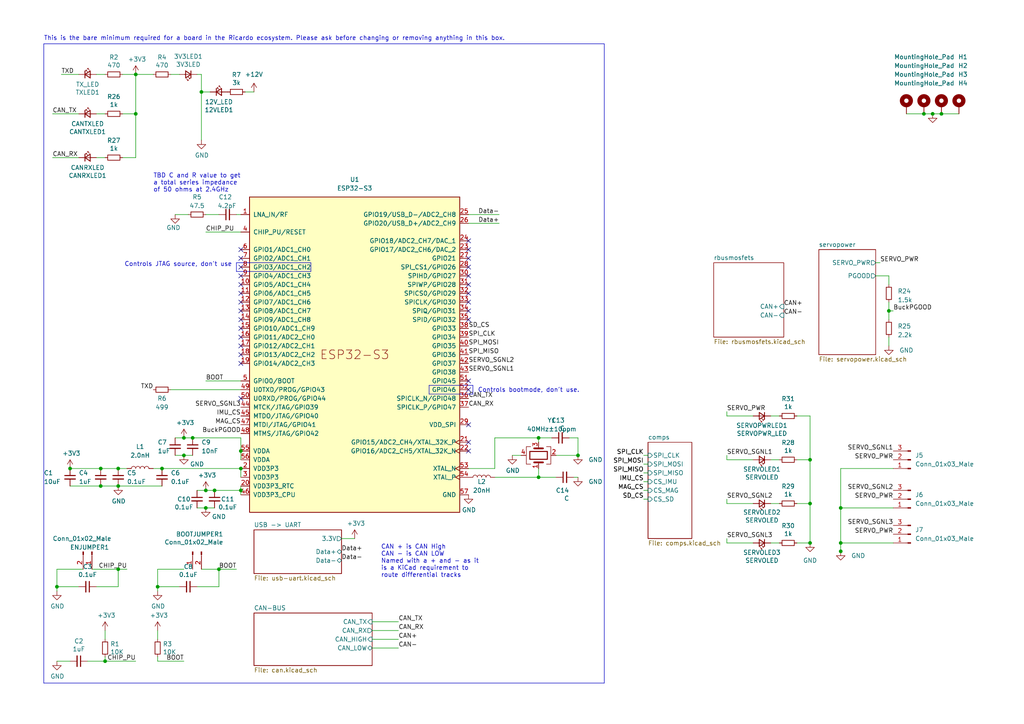
<source format=kicad_sch>
(kicad_sch (version 20230121) (generator eeschema)
  (paper "A4")
  (lib_symbols
    (symbol "Connector:Conn_01x02_Male" (pin_names (offset 1.016) hide)
      (property "Reference" "J" (at 0 2.54 0))
      (property "Value" "Conn_01x02_Male" (at 0 -5.08 0))
      (symbol "Conn_01x02_Male_1_1"
        (polyline (pts (xy 1.27 -2.54) (xy 0.8636 -2.54)) (stroke (width 0.1524)))
        (polyline (pts (xy 1.27 0) (xy 0.8636 0)) (stroke (width 0.1524)))
        (rectangle (start 0.8636 -2.413) (end 0 -2.667) (stroke (width 0.1524)) (fill (type outline)))
        (rectangle (start 0.8636 0.127) (end 0 -0.127) (stroke (width 0.1524)) (fill (type outline)))
        (pin passive line (at 5.08 0 180) (length 3.81) (name "Pin_1") (number "1"))
        (pin passive line (at 5.08 -2.54 180) (length 3.81) (name "Pin_2") (number "2"))
      )
    )
    (symbol "Connector:Conn_01x03_Male" (pin_names (offset 1.016) hide)
      (property "Reference" "J" (at 0 5.08 0))
      (property "Value" "Conn_01x03_Male" (at 0 -5.08 0))
      (symbol "Conn_01x03_Male_1_1"
        (polyline (pts (xy 1.27 -2.54) (xy 0.8636 -2.54)) (stroke (width 0.1524)))
        (polyline (pts (xy 1.27 0) (xy 0.8636 0)) (stroke (width 0.1524)))
        (polyline (pts (xy 1.27 2.54) (xy 0.8636 2.54)) (stroke (width 0.1524)))
        (rectangle (start 0.8636 -2.413) (end 0 -2.667) (stroke (width 0.1524)) (fill (type outline)))
        (rectangle (start 0.8636 0.127) (end 0 -0.127) (stroke (width 0.1524)) (fill (type outline)))
        (rectangle (start 0.8636 2.667) (end 0 2.413) (stroke (width 0.1524)) (fill (type outline)))
        (pin passive line (at 5.08 2.54 180) (length 3.81) (name "Pin_1") (number "1"))
        (pin passive line (at 5.08 0 180) (length 3.81) (name "Pin_2") (number "2"))
        (pin passive line (at 5.08 -2.54 180) (length 3.81) (name "Pin_3") (number "3"))
      )
    )
    (symbol "Device:C_Small" (pin_numbers hide) (pin_names (offset 0.254) hide)
      (property "Reference" "C" (at 0.254 1.778 0))
      (property "Value" "C_Small" (at 0.254 -2.032 0))
      (symbol "C_Small_0_1"
        (polyline (pts (xy -1.524 -0.508) (xy 1.524 -0.508)) (stroke (width 0.3302)))
        (polyline (pts (xy -1.524 0.508) (xy 1.524 0.508)) (stroke (width 0.3048)))
      )
      (symbol "C_Small_1_1"
        (pin passive line (at 0 2.54 270) (length 2.032) (name "~") (number "1"))
        (pin passive line (at 0 -2.54 90) (length 2.032) (name "~") (number "2"))
      )
    )
    (symbol "Device:Crystal_GND24" (pin_names (offset 1.016) hide)
      (property "Reference" "Y" (at 3.175 5.08 0))
      (property "Value" "Crystal_GND24" (at 3.175 3.175 0))
      (symbol "Crystal_GND24_0_1"
        (rectangle (start -1.143 2.54) (end 1.143 -2.54) (stroke (width 0.3048)))
        (polyline (pts (xy -2.54 0) (xy -2.032 0)))
        (polyline (pts (xy -2.032 -1.27) (xy -2.032 1.27)) (stroke (width 0.508)))
        (polyline (pts (xy 0 -3.81) (xy 0 -3.556)))
        (polyline (pts (xy 0 3.556) (xy 0 3.81)))
        (polyline (pts (xy 2.032 -1.27) (xy 2.032 1.27)) (stroke (width 0.508)))
        (polyline (pts (xy 2.032 0) (xy 2.54 0)))
        (polyline (pts (xy -2.54 -2.286) (xy -2.54 -3.556) (xy 2.54 -3.556) (xy 2.54 -2.286)))
        (polyline (pts (xy -2.54 2.286) (xy -2.54 3.556) (xy 2.54 3.556) (xy 2.54 2.286)))
      )
      (symbol "Crystal_GND24_1_1"
        (pin passive line (at -3.81 0 0) (length 1.27) (name "1") (number "1"))
        (pin passive line (at 0 5.08 270) (length 1.27) (name "2") (number "2"))
        (pin passive line (at 3.81 0 180) (length 1.27) (name "3") (number "3"))
        (pin passive line (at 0 -5.08 90) (length 1.27) (name "4") (number "4"))
      )
    )
    (symbol "Device:L" (pin_numbers hide) (pin_names (offset 1.016) hide)
      (property "Reference" "L" (at -1.27 0 90))
      (property "Value" "L" (at 1.905 0 90))
      (symbol "L_0_1"
        (arc (start 0 -2.54) (mid 0.6323 -1.905) (end 0 -1.27))
        (arc (start 0 -1.27) (mid 0.6323 -0.635) (end 0 0))
        (arc (start 0 0) (mid 0.6323 0.635) (end 0 1.27))
        (arc (start 0 1.27) (mid 0.6323 1.905) (end 0 2.54))
      )
      (symbol "L_1_1"
        (pin passive line (at 0 3.81 270) (length 1.27) (name "1") (number "1"))
        (pin passive line (at 0 -3.81 90) (length 1.27) (name "2") (number "2"))
      )
    )
    (symbol "Device:LED_Small" (pin_numbers hide) (pin_names (offset 0.254) hide)
      (property "Reference" "D" (at -1.27 3.175 0))
      (property "Value" "LED_Small" (at -4.445 -2.54 0))
      (symbol "LED_Small_0_1"
        (polyline (pts (xy -0.762 -1.016) (xy -0.762 1.016)) (stroke (width 0.254)))
        (polyline (pts (xy 1.016 0) (xy -0.762 0)))
        (polyline (pts (xy 0.762 -1.016) (xy -0.762 0) (xy 0.762 1.016) (xy 0.762 -1.016)) (stroke (width 0.254)))
        (polyline (pts (xy 0 0.762) (xy -0.508 1.27) (xy -0.254 1.27) (xy -0.508 1.27) (xy -0.508 1.016)))
        (polyline (pts (xy 0.508 1.27) (xy 0 1.778) (xy 0.254 1.778) (xy 0 1.778) (xy 0 1.524)))
      )
      (symbol "LED_Small_1_1"
        (pin passive line (at -2.54 0 0) (length 1.778) (name "K") (number "1"))
        (pin passive line (at 2.54 0 180) (length 1.778) (name "A") (number "2"))
      )
    )
    (symbol "Device:R_Small" (pin_numbers hide) (pin_names (offset 0.254) hide)
      (property "Reference" "R" (at 0.762 0.508 0))
      (property "Value" "R_Small" (at 0.762 -1.016 0))
      (symbol "R_Small_0_1"
        (rectangle (start -0.762 1.778) (end 0.762 -1.778) (stroke (width 0.2032)))
      )
      (symbol "R_Small_1_1"
        (pin passive line (at 0 2.54 270) (length 0.762) (name "~") (number "1"))
        (pin passive line (at 0 -2.54 90) (length 0.762) (name "~") (number "2"))
      )
    )
    (symbol "Espressif:ESP32-S3" (pin_names (offset 1.016))
      (property "Reference" "U" (at 0 48.26 0))
      (property "Value" "ESP32-S3" (at 0 -48.26 0))
      (symbol "ESP32-S3_0_0"
        (text "ESP32-S3" (at 0 0 0) (effects (font (size 2.54 2.54))))
        (pin bidirectional line (at 33.02 -12.7 180) (length 2.54) (name "SPICLK_N/GPIO48") (number "36"))
        (pin bidirectional line (at 33.02 -15.24 180) (length 2.54) (name "SPICLK_P/GPIO47") (number "37"))
      )
      (symbol "ESP32-S3_0_1"
        (rectangle (start -30.48 45.72) (end 30.48 -45.72) (stroke (width 0.254)) (fill (type background)))
      )
      (symbol "ESP32-S3_1_1"
        (pin bidirectional line (at -33.02 40.64 0) (length 2.54) (name "LNA_IN/RF") (number "1"))
        (pin bidirectional line (at -33.02 20.32 0) (length 2.54) (name "GPIO5/ADC1_CH4") (number "10"))
        (pin bidirectional line (at -33.02 17.78 0) (length 2.54) (name "GPIO6/ADC1_CH5") (number "11"))
        (pin bidirectional line (at -33.02 15.24 0) (length 2.54) (name "GPIO7/ADC1_CH6") (number "12"))
        (pin bidirectional line (at -33.02 12.7 0) (length 2.54) (name "GPIO8/ADC1_CH7") (number "13"))
        (pin bidirectional line (at -33.02 10.16 0) (length 2.54) (name "GPIO9/ADC1_CH8") (number "14"))
        (pin bidirectional line (at -33.02 7.62 0) (length 2.54) (name "GPIO10/ADC1_CH9") (number "15"))
        (pin bidirectional line (at -33.02 5.08 0) (length 2.54) (name "GPIO11/ADC2_CH0") (number "16"))
        (pin bidirectional line (at -33.02 2.54 0) (length 2.54) (name "GPIO12/ADC2_CH1") (number "17"))
        (pin bidirectional line (at -33.02 0 0) (length 2.54) (name "GPIO13/ADC2_CH2") (number "18"))
        (pin bidirectional line (at -33.02 -2.54 0) (length 2.54) (name "GPIO14/ADC2_CH3") (number "19"))
        (pin power_in line (at -33.02 -33.02 0) (length 2.54) (name "VDD3P3") (number "2"))
        (pin power_in line (at -33.02 -38.1 0) (length 2.54) (name "VDD3P3_RTC") (number "20"))
        (pin input clock (at 33.02 -25.4 180) (length 2.54) (name "GPIO15/ADC2_CH4/XTAL_32K_P") (number "21"))
        (pin output clock (at 33.02 -27.94 180) (length 2.54) (name "GPIO16/ADC2_CH5/XTAL_32K_N") (number "22"))
        (pin bidirectional line (at 33.02 30.48 180) (length 2.54) (name "GPIO17/ADC2_CH6/DAC_2") (number "23"))
        (pin bidirectional line (at 33.02 33.02 180) (length 2.54) (name "GPIO18/ADC2_CH7/DAC_1") (number "24"))
        (pin bidirectional line (at 33.02 40.64 180) (length 2.54) (name "GPIO19/USB_D-/ADC2_CH8") (number "25"))
        (pin bidirectional line (at 33.02 38.1 180) (length 2.54) (name "GPIO20/USB_D+/ADC2_CH9") (number "26"))
        (pin bidirectional line (at 33.02 27.94 180) (length 2.54) (name "GPIO21") (number "27"))
        (pin bidirectional line (at 33.02 25.4 180) (length 2.54) (name "SPI_CS1/GPIO26") (number "28"))
        (pin power_out line (at 33.02 -20.32 180) (length 2.54) (name "VDD_SPI") (number "29"))
        (pin power_in line (at -33.02 -35.56 0) (length 2.54) (name "VDD3P3") (number "3"))
        (pin bidirectional line (at 33.02 22.86 180) (length 2.54) (name "SPIHD/GPIO27") (number "30"))
        (pin bidirectional line (at 33.02 20.32 180) (length 2.54) (name "SPIWP/GPIO28") (number "31"))
        (pin bidirectional line (at 33.02 17.78 180) (length 2.54) (name "SPICS0/GPIO29") (number "32"))
        (pin bidirectional line (at 33.02 15.24 180) (length 2.54) (name "SPICLK/GPIO30") (number "33"))
        (pin bidirectional line (at 33.02 12.7 180) (length 2.54) (name "SPIQ/GPIO31") (number "34"))
        (pin bidirectional line (at 33.02 10.16 180) (length 2.54) (name "SPID/GPIO32") (number "35"))
        (pin bidirectional line (at 33.02 7.62 180) (length 2.54) (name "GPIO33") (number "38"))
        (pin bidirectional line (at 33.02 5.08 180) (length 2.54) (name "GPIO34") (number "39"))
        (pin input line (at -33.02 35.56 0) (length 2.54) (name "CHIP_PU/RESET") (number "4"))
        (pin bidirectional line (at 33.02 2.54 180) (length 2.54) (name "GPIO35") (number "40"))
        (pin bidirectional line (at 33.02 0 180) (length 2.54) (name "GPIO36") (number "41"))
        (pin bidirectional line (at 33.02 -2.54 180) (length 2.54) (name "GPIO37") (number "42"))
        (pin bidirectional line (at 33.02 -5.08 180) (length 2.54) (name "GPIO38") (number "43"))
        (pin bidirectional line (at -33.02 -15.24 0) (length 2.54) (name "MTCK/JTAG/GPIO39") (number "44"))
        (pin bidirectional line (at -33.02 -17.78 0) (length 2.54) (name "MTDO/JTAG/GPIO40") (number "45"))
        (pin power_in line (at -33.02 -40.64 0) (length 2.54) (name "VDD3P3_CPU") (number "46"))
        (pin bidirectional line (at -33.02 -20.32 0) (length 2.54) (name "MTDI/JTAG/GPIO41") (number "47"))
        (pin bidirectional line (at -33.02 -22.86 0) (length 2.54) (name "MTMS/JTAG/GPIO42") (number "48"))
        (pin bidirectional line (at -33.02 -10.16 0) (length 2.54) (name "U0TXD/PROG/GPIO43") (number "49"))
        (pin bidirectional line (at -33.02 -7.62 0) (length 2.54) (name "GPIO0/BOOT") (number "5"))
        (pin bidirectional line (at -33.02 -12.7 0) (length 2.54) (name "U0RXD/PROG/GPIO44") (number "50"))
        (pin bidirectional line (at 33.02 -7.62 180) (length 2.54) (name "GPIO45") (number "51"))
        (pin bidirectional line (at 33.02 -10.16 180) (length 2.54) (name "GPIO46") (number "52"))
        (pin input clock (at 33.02 -33.02 180) (length 2.54) (name "XTAL_N") (number "53"))
        (pin output clock (at 33.02 -35.56 180) (length 2.54) (name "XTAL_P") (number "54"))
        (pin power_in line (at -33.02 -27.94 0) (length 2.54) (name "VDDA") (number "55"))
        (pin power_in line (at -33.02 -30.48 0) (length 2.54) (name "VDDA") (number "56"))
        (pin power_in line (at 33.02 -40.64 180) (length 2.54) (name "GND") (number "57"))
        (pin bidirectional line (at -33.02 30.48 0) (length 2.54) (name "GPIO1/ADC1_CH0") (number "6"))
        (pin bidirectional line (at -33.02 27.94 0) (length 2.54) (name "GPIO2/ADC1_CH1") (number "7"))
        (pin bidirectional line (at -33.02 25.4 0) (length 2.54) (name "GPIO3/ADC1_CH2") (number "8"))
        (pin bidirectional line (at -33.02 22.86 0) (length 2.54) (name "GPIO4/ADC1_CH3") (number "9"))
      )
    )
    (symbol "Mechanical:MountingHole_Pad" (pin_numbers hide) (pin_names (offset 1.016) hide)
      (property "Reference" "H" (at 0 6.35 0))
      (property "Value" "MountingHole_Pad" (at 0 4.445 0))
      (symbol "MountingHole_Pad_0_1"
        (circle (center 0 1.27) (radius 1.27) (stroke (width 1.27)))
      )
      (symbol "MountingHole_Pad_1_1"
        (pin input line (at 0 -2.54 90) (length 2.54) (name "1") (number "1"))
      )
    )
    (symbol "power:+12V" (power) (pin_names (offset 0))
      (property "Value" "+12V" (at 0 3.556 0))
      (symbol "+12V_0_1"
        (polyline (pts (xy -0.762 1.27) (xy 0 2.54)))
        (polyline (pts (xy 0 0) (xy 0 2.54)))
        (polyline (pts (xy 0 2.54) (xy 0.762 1.27)))
      )
      (symbol "+12V_1_1"
        (pin power_in line (at 0 0 90) (length 0) hide (name "+12V") (number "1"))
      )
    )
    (symbol "power:+3.3V" (power) (pin_names (offset 0))
      (property "Value" "+3.3V" (at 0 3.556 0))
      (symbol "+3.3V_0_1"
        (polyline (pts (xy -0.762 1.27) (xy 0 2.54)))
        (polyline (pts (xy 0 0) (xy 0 2.54)))
        (polyline (pts (xy 0 2.54) (xy 0.762 1.27)))
      )
      (symbol "+3.3V_1_1"
        (pin power_in line (at 0 0 90) (length 0) hide (name "+3V3") (number "1"))
      )
    )
    (symbol "power:GND" (power) (pin_names (offset 0))
      (property "Value" "GND" (at 0 -3.81 0))
      (symbol "GND_0_1"
        (polyline (pts (xy 0 0) (xy 0 -1.27) (xy 1.27 -1.27) (xy 0 -2.54) (xy -1.27 -1.27) (xy 0 -1.27)))
      )
      (symbol "GND_1_1"
        (pin power_in line (at 0 0 270) (length 0) hide (name "GND") (number "1"))
      )
    )
  )
  (junction (at 39.37 21.59))
  (junction (at 59.69 142.24))
  (junction (at 234.95 133.35))
  (junction (at 53.34 127))
  (junction (at 58.42 26.67))
  (junction (at 243.84 159.9098))
  (junction (at 30.48 191.77))
  (junction (at 243.84 147.32))
  (junction (at 234.95 146.05))
  (junction (at 69.85 142.24))
  (junction (at 55.88 127))
  (junction (at 63.5 165.1))
  (junction (at 59.69 147.32))
  (junction (at 62.23 142.24))
  (junction (at 34.29 135.89))
  (junction (at 20.32 135.89))
  (junction (at 45.72 170.18))
  (junction (at 39.37 33.02))
  (junction (at 29.21 135.89))
  (junction (at 34.29 140.97))
  (junction (at 156.21 127))
  (junction (at 273.05 33.02))
  (junction (at 53.34 132.08))
  (junction (at 156.21 138.43))
  (junction (at 69.85 130.81))
  (junction (at 234.95 157.48))
  (junction (at 257.81 90.17))
  (junction (at 29.21 140.97))
  (junction (at 16.51 170.18))
  (junction (at 243.84 157.48))
  (junction (at 270.51 33.02))
  (junction (at 267.97 33.02))
  (junction (at 167.64 132.08))
  (junction (at 46.99 135.89))
  (junction (at 34.29 165.1))
  (junction (at 69.85 135.89))
  (no_connect (at 135.89 80.01))
  (no_connect (at 69.85 115.57))
  (no_connect (at 135.89 77.47))
  (no_connect (at 135.89 87.63))
  (no_connect (at 69.85 102.87))
  (no_connect (at 135.89 92.71))
  (no_connect (at 69.85 95.25))
  (no_connect (at 69.85 74.93))
  (no_connect (at 69.85 72.39))
  (no_connect (at 135.89 69.85))
  (no_connect (at 69.85 92.71))
  (no_connect (at 69.85 77.47))
  (no_connect (at 135.89 82.55))
  (no_connect (at 69.85 100.33))
  (no_connect (at 69.85 80.01))
  (no_connect (at 69.85 82.55))
  (no_connect (at 69.85 97.79))
  (no_connect (at 135.89 90.17))
  (no_connect (at 69.85 85.09))
  (no_connect (at 135.89 128.27))
  (no_connect (at 135.89 113.03))
  (no_connect (at 135.89 85.09))
  (no_connect (at 135.89 74.93))
  (no_connect (at 135.89 123.19))
  (no_connect (at 69.85 87.63))
  (no_connect (at 69.85 90.17))
  (no_connect (at 135.89 130.81))
  (no_connect (at 135.89 72.39))
  (no_connect (at 135.89 110.49))
  (no_connect (at 69.85 105.41))
  (wire (pts (xy 210.82 120.65) (xy 218.44 120.65)))
  (wire (pts (xy 257.81 90.17) (xy 257.81 92.71)))
  (wire (pts (xy 30.48 191.77) (xy 30.48 190.5)))
  (wire (pts (xy 135.89 62.23) (xy 144.78 62.23)))
  (wire (pts (xy 69.85 135.89) (xy 69.85 138.43)))
  (wire (pts (xy 243.84 159.9098) (xy 243.84 160.02)))
  (wire (pts (xy 35.56 33.02) (xy 39.37 33.02)))
  (polyline (pts (xy 90.17 78.74) (xy 68.58 78.74)))
  (wire (pts (xy 63.5 170.18) (xy 63.5 165.1)))
  (polyline (pts (xy 68.58 76.2) (xy 68.58 78.74)))
  (wire (pts (xy 60.96 26.67) (xy 58.42 26.67)))
  (wire (pts (xy 16.51 191.77) (xy 20.32 191.77)))
  (wire (pts (xy 39.37 33.02) (xy 39.37 45.72)))
  (wire (pts (xy 107.95 180.34) (xy 115.57 180.34)))
  (wire (pts (xy 160.02 127) (xy 156.21 127)))
  (wire (pts (xy 45.72 165.1) (xy 53.34 165.1)))
  (wire (pts (xy 58.42 21.59) (xy 57.15 21.59)))
  (wire (pts (xy 257.81 97.79) (xy 257.81 100.33)))
  (wire (pts (xy 29.21 135.89) (xy 34.29 135.89)))
  (wire (pts (xy 234.95 120.65) (xy 234.95 133.35)))
  (wire (pts (xy 143.51 138.43) (xy 156.21 138.43)))
  (wire (pts (xy 59.69 110.49) (xy 69.85 110.49)))
  (polyline (pts (xy 12.7 12.7) (xy 12.7 198.12)))
  (wire (pts (xy 267.97 33.02) (xy 262.89 33.02)))
  (wire (pts (xy 16.51 170.18) (xy 16.51 171.45)))
  (wire (pts (xy 186.69 142.24) (xy 187.96 142.24)))
  (wire (pts (xy 57.15 170.18) (xy 63.5 170.18)))
  (polyline (pts (xy 137.16 111.76) (xy 137.16 114.3)))
  (wire (pts (xy 68.58 165.1) (xy 63.5 165.1)))
  (wire (pts (xy 68.58 62.23) (xy 69.85 62.23)))
  (wire (pts (xy 27.94 21.59) (xy 30.48 21.59)))
  (wire (pts (xy 16.51 165.1) (xy 16.51 170.18)))
  (wire (pts (xy 161.29 132.08) (xy 167.64 132.08)))
  (wire (pts (xy 30.48 182.88) (xy 30.48 185.42)))
  (wire (pts (xy 57.15 147.32) (xy 59.69 147.32)))
  (polyline (pts (xy 68.58 76.2) (xy 90.17 76.2)))
  (wire (pts (xy 34.29 135.89) (xy 36.83 135.89)))
  (wire (pts (xy 69.85 142.24) (xy 69.85 143.51)))
  (wire (pts (xy 186.69 134.62) (xy 187.96 134.62)))
  (wire (pts (xy 254 80.01) (xy 257.81 80.01)))
  (wire (pts (xy 231.14 120.65) (xy 234.95 120.65)))
  (wire (pts (xy 62.23 142.24) (xy 69.85 142.24)))
  (wire (pts (xy 210.82 156.21) (xy 210.82 157.48)))
  (wire (pts (xy 53.34 132.08) (xy 55.88 132.08)))
  (wire (pts (xy 143.51 135.89) (xy 143.51 127)))
  (wire (pts (xy 156.21 127) (xy 156.21 128.27)))
  (wire (pts (xy 34.29 165.1) (xy 36.83 165.1)))
  (wire (pts (xy 243.84 147.32) (xy 243.84 157.48)))
  (wire (pts (xy 50.8 132.08) (xy 53.34 132.08)))
  (wire (pts (xy 243.84 135.89) (xy 243.84 147.32)))
  (polyline (pts (xy 124.46 111.76) (xy 124.46 114.3)))
  (wire (pts (xy 223.52 146.05) (xy 226.06 146.05)))
  (wire (pts (xy 186.69 132.08) (xy 187.96 132.08)))
  (wire (pts (xy 223.52 120.65) (xy 226.06 120.65)))
  (polyline (pts (xy 12.7 12.7) (xy 175.26 12.7)))
  (wire (pts (xy 255.27 76.2) (xy 254 76.2)))
  (wire (pts (xy 186.69 144.78) (xy 187.96 144.78)))
  (wire (pts (xy 44.45 135.89) (xy 46.99 135.89)))
  (wire (pts (xy 69.85 130.81) (xy 69.85 133.35)))
  (wire (pts (xy 257.81 87.63) (xy 257.81 90.17)))
  (wire (pts (xy 231.14 133.35) (xy 234.95 133.35)))
  (wire (pts (xy 223.52 133.35) (xy 226.06 133.35)))
  (wire (pts (xy 22.86 170.18) (xy 16.51 170.18)))
  (wire (pts (xy 27.94 45.72) (xy 30.48 45.72)))
  (wire (pts (xy 50.8 127) (xy 53.34 127)))
  (wire (pts (xy 17.78 21.59) (xy 22.86 21.59)))
  (wire (pts (xy 52.07 170.18) (xy 45.72 170.18)))
  (wire (pts (xy 50.8 62.23) (xy 54.61 62.23)))
  (wire (pts (xy 231.14 146.05) (xy 234.95 146.05)))
  (wire (pts (xy 59.69 62.23) (xy 63.5 62.23)))
  (wire (pts (xy 278.13 33.02) (xy 273.05 33.02)))
  (wire (pts (xy 29.21 140.97) (xy 34.29 140.97)))
  (wire (pts (xy 35.56 21.59) (xy 39.37 21.59)))
  (wire (pts (xy 55.88 127) (xy 69.85 127)))
  (wire (pts (xy 243.84 147.32) (xy 259.08 147.32)))
  (wire (pts (xy 186.69 137.16) (xy 187.96 137.16)))
  (wire (pts (xy 107.95 187.96) (xy 115.57 187.96)))
  (wire (pts (xy 107.95 182.88) (xy 115.57 182.88)))
  (wire (pts (xy 69.85 127) (xy 69.85 130.81)))
  (polyline (pts (xy 137.16 114.3) (xy 124.46 114.3)))
  (wire (pts (xy 39.37 21.59) (xy 39.37 33.02)))
  (wire (pts (xy 25.4 191.77) (xy 30.48 191.77)))
  (wire (pts (xy 273.05 33.02) (xy 270.51 33.02)))
  (wire (pts (xy 135.89 135.89) (xy 143.51 135.89)))
  (wire (pts (xy 45.72 170.18) (xy 45.72 171.45)))
  (wire (pts (xy 45.72 191.77) (xy 45.72 190.5)))
  (wire (pts (xy 49.53 21.59) (xy 52.07 21.59)))
  (wire (pts (xy 186.69 139.7) (xy 187.96 139.7)))
  (wire (pts (xy 148.59 132.08) (xy 151.13 132.08)))
  (wire (pts (xy 257.81 80.01) (xy 257.81 82.55)))
  (wire (pts (xy 49.53 113.03) (xy 69.85 113.03)))
  (wire (pts (xy 234.95 157.48) (xy 231.14 157.48)))
  (wire (pts (xy 210.82 144.78) (xy 210.82 146.05)))
  (wire (pts (xy 58.42 21.59) (xy 58.42 26.67)))
  (wire (pts (xy 234.95 133.35) (xy 234.95 146.05)))
  (wire (pts (xy 161.29 138.43) (xy 156.21 138.43)))
  (wire (pts (xy 210.82 132.08) (xy 210.82 133.35)))
  (wire (pts (xy 243.84 157.48) (xy 243.84 159.9098)))
  (wire (pts (xy 210.82 119.38) (xy 210.82 120.65)))
  (wire (pts (xy 257.81 90.17) (xy 259.08 90.17)))
  (wire (pts (xy 59.69 67.31) (xy 69.85 67.31)))
  (wire (pts (xy 35.56 45.72) (xy 39.37 45.72)))
  (wire (pts (xy 58.42 165.1) (xy 63.5 165.1)))
  (wire (pts (xy 243.84 157.48) (xy 259.08 157.48)))
  (wire (pts (xy 53.34 191.77) (xy 45.72 191.77)))
  (wire (pts (xy 58.42 26.67) (xy 58.42 40.64)))
  (wire (pts (xy 15.24 45.72) (xy 22.86 45.72)))
  (wire (pts (xy 156.21 135.89) (xy 156.21 138.43)))
  (wire (pts (xy 34.29 170.18) (xy 34.29 165.1)))
  (polyline (pts (xy 90.17 76.2) (xy 90.17 78.74)))
  (wire (pts (xy 143.51 127) (xy 156.21 127)))
  (wire (pts (xy 27.94 33.02) (xy 30.48 33.02)))
  (wire (pts (xy 99.06 156.21) (xy 102.87 156.21)))
  (wire (pts (xy 167.64 138.43) (xy 166.37 138.43)))
  (wire (pts (xy 20.32 135.89) (xy 29.21 135.89)))
  (wire (pts (xy 167.64 127) (xy 167.64 132.08)))
  (wire (pts (xy 39.37 21.59) (xy 44.45 21.59)))
  (polyline (pts (xy 124.46 111.76) (xy 137.16 111.76)))
  (wire (pts (xy 59.69 147.32) (xy 62.23 147.32)))
  (wire (pts (xy 30.48 191.77) (xy 39.37 191.77)))
  (wire (pts (xy 270.51 33.02) (xy 267.97 33.02)))
  (wire (pts (xy 107.95 185.42) (xy 115.57 185.42)))
  (wire (pts (xy 53.34 127) (xy 55.88 127)))
  (wire (pts (xy 259.08 135.89) (xy 243.84 135.89)))
  (wire (pts (xy 73.66 26.67) (xy 71.12 26.67)))
  (wire (pts (xy 46.99 135.89) (xy 69.85 135.89)))
  (polyline (pts (xy 175.26 12.7) (xy 175.26 198.12)))
  (wire (pts (xy 210.82 133.35) (xy 218.44 133.35)))
  (wire (pts (xy 34.29 140.97) (xy 46.99 140.97)))
  (wire (pts (xy 210.82 146.05) (xy 218.44 146.05)))
  (wire (pts (xy 135.89 64.77) (xy 144.78 64.77)))
  (wire (pts (xy 27.94 170.18) (xy 34.29 170.18)))
  (wire (pts (xy 45.72 165.1) (xy 45.72 170.18)))
  (wire (pts (xy 234.95 146.05) (xy 234.95 157.48)))
  (wire (pts (xy 210.82 157.48) (xy 218.44 157.48)))
  (wire (pts (xy 59.69 142.24) (xy 62.23 142.24)))
  (wire (pts (xy 57.15 142.24) (xy 59.69 142.24)))
  (wire (pts (xy 20.32 140.97) (xy 29.21 140.97)))
  (wire (pts (xy 69.85 142.24) (xy 69.85 140.97)))
  (wire (pts (xy 167.64 127) (xy 165.1 127)))
  (wire (pts (xy 26.67 165.1) (xy 34.29 165.1)))
  (wire (pts (xy 45.72 182.88) (xy 45.72 185.42)))
  (wire (pts (xy 15.24 33.02) (xy 22.86 33.02)))
  (wire (pts (xy 16.51 165.1) (xy 24.13 165.1)))
  (wire (pts (xy 223.52 157.48) (xy 226.06 157.48)))
  (polyline (pts (xy 175.26 198.12) (xy 12.7 198.12)))
  (text "Controls bootmode, don't use.\n" (at 138.5894 113.9757 0) (effects (font (size 1.27 1.27)) (justify left bottom)))
  (text "This is the bare minimum required for a board in the Ricardo ecosystem. Please ask before changing or removing anything in this box.\n\n" (at 12.7 13.97 0) (effects (font (size 1.27 1.27)) (justify left bottom)))
  (text "TBD C and R value to get\na total series impedance\nof 50 ohms at 2.4GHz\n" (at 44.45 55.88 0) (effects (font (size 1.27 1.27)) (justify left bottom)))
  (text "CAN + is CAN High\nCAN - is CAN LOW\nNamed with a + and - as it\nis a KiCad requirement to\nroute differential tracks\n" (at 110.49 167.64 0) (effects (font (size 1.27 1.27)) (justify left bottom)))
  (text "Controls JTAG source, don't use\n" (at 67.31 77.47 0) (effects (font (size 1.27 1.27)) (justify right bottom)))
  (label "SERVO_PWR" (at 259.08 154.94 180))
  (label "SERVO_SGNL2" (at 259.08 142.24 180))
  (label "SD_CS" (at 135.89 95.25 0))
  (label "SERVO_SGNL2" (at 135.89 105.41 0))
  (label "CAN_RX" (at 15.24 45.72 0))
  (label "CHIP_PU" (at 36.83 165.1 180))
  (label "BuckPGOOD" (at 69.85 125.73 180))
  (label "CAN_TX" (at 135.89 115.57 0))
  (label "SERVO_SGNL3" (at 69.85 118.11 180))
  (label "SERVO_SGNL3" (at 210.82 156.21 0))
  (label "SPI_MOSI" (at 186.69 134.62 180))
  (label "CAN+" (at 115.57 185.42 0))
  (label "SERVO_SGNL1" (at 210.82 132.08 0))
  (label "Data+" (at 99.06 160.02 0))
  (label "CAN+" (at 227.33 88.9 0))
  (label "SERVO_PWR" (at 255.27 76.2 0))
  (label "SERVO_SGNL3" (at 259.08 152.4 180))
  (label "Data-" (at 99.06 162.56 0))
  (label "MAG_CS" (at 186.69 142.24 180))
  (label "MAG_CS" (at 69.85 123.19 180))
  (label "BOOT" (at 53.34 191.77 180))
  (label "IMU_CS" (at 186.69 139.7 180))
  (label "SPI_CLK" (at 135.89 97.79 0))
  (label "SERVO_SGNL1" (at 135.89 107.95 0))
  (label "SPI_CLK" (at 186.69 132.08 180))
  (label "CAN_TX" (at 115.57 180.34 0))
  (label "CAN_RX" (at 135.89 118.11 0))
  (label "SD_CS" (at 186.69 144.78 180))
  (label "SPI_MISO" (at 186.69 137.16 180))
  (label "SERVO_PWR" (at 259.08 133.35 180))
  (label "CAN-" (at 227.33 91.44 0))
  (label "BOOT" (at 68.58 165.1 180))
  (label "SERVO_PWR" (at 259.08 144.78 180))
  (label "SPI_MOSI" (at 135.89 100.33 0))
  (label "SPI_MISO" (at 186.69 137.16 180))
  (label "MAG_CS" (at 186.69 142.24 180))
  (label "SD_CS" (at 186.69 144.78 180))
  (label "SERVO_SGNL1" (at 259.08 130.81 180))
  (label "SPI_MISO" (at 135.89 102.87 0))
  (label "BOOT" (at 59.69 110.49 0))
  (label "TXD" (at 44.45 113.03 180))
  (label "SERVO_PWR" (at 210.82 119.38 0))
  (label "CHIP_PU" (at 59.69 67.31 0))
  (label "SPI_MOSI" (at 186.69 134.62 180))
  (label "SPI_CLK" (at 186.69 132.08 180))
  (label "IMU_CS" (at 69.85 120.65 180))
  (label "SERVO_SGNL2" (at 210.82 144.78 0))
  (label "CAN_RX" (at 115.57 182.88 0))
  (label "Data+" (at 144.78 64.77 180))
  (label "Data-" (at 144.78 62.23 180))
  (label "CAN-" (at 115.57 187.96 0))
  (label "BuckPGOOD" (at 259.08 90.17 0))
  (label "TXD" (at 17.78 21.59 0))
  (label "CHIP_PU" (at 39.37 191.77 180))
  (label "CAN_TX" (at 15.24 33.02 0))
  (label "IMU_CS" (at 186.69 139.7 180))
  (symbol (lib_id "power:+3.3V") (at 30.48 182.88 0) (unit 1)
    (property "Reference" "#PWR04" (effects hide))
    (property "Value" "+3.3V" (at 30.861 178.4858 0))
  )
  (symbol (lib_id "Device:R_Small") (at 30.48 187.96 0) (unit 1)
    (property "Reference" "R1" (at 31.9786 186.7916 0) (effects (justify left)))
    (property "Value" "10K" (at 31.9786 189.103 0) (effects (justify left)))
    (property "Footprint" "Resistor_SMD:R_0402_1005Metric" (effects hide))
  )
  (symbol (lib_id "Device:C_Small") (at 22.86 191.77 270) (unit 1)
    (property "Reference" "C2" (at 22.86 185.9534 90))
    (property "Value" "1uF" (at 22.86 188.2648 90))
    (property "Footprint" "Capacitor_SMD:C_0402_1005Metric" (effects hide))
  )
  (symbol (lib_id "power:GND") (at 16.51 191.77 0) (unit 1)
    (property "Reference" "#PWR02" (effects hide))
    (property "Value" "GND" (at 16.637 196.1642 0))
  )
  (symbol (lib_id "power:+3.3V") (at 45.72 182.88 0) (unit 1)
    (property "Reference" "#PWR08" (effects hide))
    (property "Value" "+3.3V" (at 46.101 178.4858 0))
  )
  (symbol (lib_id "Device:R_Small") (at 45.72 187.96 0) (unit 1)
    (property "Reference" "R3" (at 47.2186 186.7916 0) (effects (justify left)))
    (property "Value" "10K" (at 47.2186 189.103 0) (effects (justify left)))
    (property "Footprint" "Resistor_SMD:R_0402_1005Metric" (effects hide))
  )
  (symbol (lib_id "power:GND") (at 45.72 171.45 0) (unit 1)
    (property "Reference" "#PWR07" (effects hide))
    (property "Value" "GND" (at 45.847 175.8442 0))
  )
  (symbol (lib_id "Device:C_Small") (at 54.61 170.18 270) (unit 1)
    (property "Reference" "C8" (at 54.61 164.3634 90))
    (property "Value" "0.1uF" (at 54.61 166.6748 90))
    (property "Footprint" "Capacitor_SMD:C_0402_1005Metric" (effects hide))
  )
  (symbol (lib_id "power:GND") (at 16.51 171.45 0) (unit 1)
    (property "Reference" "#PWR01" (effects hide))
    (property "Value" "GND" (at 16.637 175.8442 0))
  )
  (symbol (lib_id "Device:C_Small") (at 25.4 170.18 270) (unit 1)
    (property "Reference" "C3" (at 25.4 164.3634 90))
    (property "Value" "0.1uF" (at 25.4 166.6748 90))
    (property "Footprint" "Capacitor_SMD:C_0402_1005Metric" (effects hide))
  )
  (symbol (lib_id "Device:LED_Small") (at 25.4 21.59 0) (unit 1)
    (property "Reference" "TXLED1" (at 25.4 26.797 0))
    (property "Value" "TX_LED" (at 25.4 24.4856 0))
    (property "Footprint" "LED_SMD:LED_0402_1005Metric" (effects hide))
  )
  (symbol (lib_id "Device:R_Small") (at 33.02 21.59 270) (unit 1)
    (property "Reference" "R2" (at 33.02 16.6116 90))
    (property "Value" "470" (at 33.02 18.923 90))
    (property "Footprint" "Resistor_SMD:R_0402_1005Metric" (effects hide))
  )
  (symbol (lib_id "power:GND") (at 58.42 40.64 0) (unit 1)
    (property "Reference" "#PWR012" (effects hide))
    (property "Value" "GND" (at 58.547 45.0342 0))
  )
  (symbol (lib_id "power:+3.3V") (at 39.37 21.59 0) (unit 1)
    (property "Reference" "#PWR06" (effects hide))
    (property "Value" "+3.3V" (at 39.751 17.1958 0))
  )
  (symbol (lib_id "Device:LED_Small") (at 54.61 21.59 180) (unit 1)
    (property "Reference" "3V3LED1" (at 54.61 16.383 0))
    (property "Value" "3V3LED" (at 54.61 18.6944 0))
    (property "Footprint" "LED_SMD:LED_0402_1005Metric" (effects hide))
  )
  (symbol (lib_id "Device:R_Small") (at 46.99 21.59 270) (unit 1)
    (property "Reference" "R4" (at 46.99 16.6116 90))
    (property "Value" "470" (at 46.99 18.923 90))
    (property "Footprint" "Resistor_SMD:R_0402_1005Metric" (effects hide))
  )
  (symbol (lib_id "Connector:Conn_01x02_Male") (at 26.67 160.02 270) (unit 1)
    (property "Reference" "ENJUMPER1" (at 20.32 158.75 90) (effects (justify left)))
    (property "Value" "Conn_01x02_Male" (at 15.24 156.21 90) (effects (justify left)))
    (property "Footprint" "Connector_PinHeader_2.54mm:PinHeader_1x02_P2.54mm_Vertical" (effects hide))
  )
  (symbol (lib_id "Connector:Conn_01x02_Male") (at 55.88 160.02 90) (mirror x) (unit 1)
    (property "Reference" "BOOTJUMPER1" (at 64.77 154.94 90) (effects (justify left)))
    (property "Value" "Conn_01x02_Male" (at 64.77 157.2514 90) (effects (justify left)))
    (property "Footprint" "Connector_PinHeader_2.54mm:PinHeader_1x02_P2.54mm_Vertical" (effects hide))
  )
  (symbol (lib_id "power:+3.3V") (at 102.87 156.21 0) (unit 1)
    (property "Reference" "#PWR016" (effects hide))
    (property "Value" "+3.3V" (at 103.251 151.8158 0))
  )
  (symbol (lib_id "Device:LED_Small") (at 63.5 26.67 0) (unit 1)
    (property "Reference" "12VLED1" (at 63.5 31.877 0))
    (property "Value" "12V_LED" (at 63.5 29.5656 0))
    (property "Footprint" "LED_SMD:LED_0402_1005Metric" (effects hide))
  )
  (symbol (lib_id "Device:R_Small") (at 68.58 26.67 270) (unit 1)
    (property "Reference" "R7" (at 68.58 21.6916 90))
    (property "Value" "3k" (at 68.58 24.003 90))
    (property "Footprint" "Resistor_SMD:R_0402_1005Metric" (effects hide))
  )
  (symbol (lib_id "Device:LED_Small") (at 220.98 133.35 180) (unit 1)
    (property "Reference" "SERVOLED1" (at 220.98 136.1186 0))
    (property "Value" "SERVOLED" (at 220.98 138.43 0))
    (property "Footprint" "LED_SMD:LED_0402_1005Metric" (effects hide))
  )
  (symbol (lib_id "Device:LED_Small") (at 220.98 146.05 180) (unit 1)
    (property "Reference" "SERVOLED2" (at 220.98 148.59 0))
    (property "Value" "SERVOLED" (at 220.98 150.9014 0))
    (property "Footprint" "LED_SMD:LED_0402_1005Metric" (effects hide))
  )
  (symbol (lib_id "power:GND") (at 167.64 132.08 0) (unit 1)
    (property "Reference" "#PWR021" (effects hide))
    (property "Value" "GND" (at 172.72 133.35 0))
  )
  (symbol (lib_id "power:GND") (at 34.29 140.97 0) (unit 1)
    (property "Reference" "#PWR05" (effects hide))
    (property "Value" "GND" (at 34.417 145.3642 0))
  )
  (symbol (lib_id "power:GND") (at 234.95 157.48 0) (unit 1)
    (property "Reference" "#PWR079" (effects hide))
    (property "Value" "GND" (at 234.95 162.56 0))
  )
  (symbol (lib_id "Device:C_Small") (at 55.88 129.54 0) (unit 1)
    (property "Reference" "C9" (at 58.42 128.2762 0) (effects (justify left)))
    (property "Value" "10nF" (at 58.42 130.8162 0) (effects (justify left)))
    (property "Footprint" "Capacitor_SMD:C_0402_1005Metric" (effects hide))
  )
  (symbol (lib_id "Device:R_Small") (at 228.6 157.48 270) (unit 1)
    (property "Reference" "R30" (at 228.6 152.5016 90))
    (property "Value" "1k" (at 228.6 154.813 90))
    (property "Footprint" "Resistor_SMD:R_0402_1005Metric" (effects hide))
  )
  (symbol (lib_id "power:+3.3V") (at 53.34 127 0) (unit 1)
    (property "Reference" "#PWR010" (effects hide))
    (property "Value" "+3.3V" (at 53.721 122.6058 0))
  )
  (symbol (lib_id "Mechanical:MountingHole_Pad") (at 267.97 30.48 0) (unit 1)
    (property "Reference" "H2" (at 280.67 19.05 0) (effects (justify right)))
    (property "Value" "MountingHole_Pad" (at 276.86 21.59 0) (effects (justify right)))
    (property "Footprint" "MountingHole:MountingHole_3.2mm_M3_DIN965_Pad" (effects hide))
  )
  (symbol (lib_id "Device:C_Small") (at 50.8 129.54 0) (unit 1)
    (property "Reference" "C7" (at 45.72 128.27 0) (effects (justify left)))
    (property "Value" "1uF" (at 45.72 130.81 0) (effects (justify left)))
    (property "Footprint" "Capacitor_SMD:C_0402_1005Metric" (effects hide))
  )
  (symbol (lib_id "Connector:Conn_01x03_Male") (at 264.16 133.35 180) (unit 1)
    (property "Reference" "J5" (at 265.43 132.0799 0) (effects (justify right)))
    (property "Value" "Conn_01x03_Male" (at 265.43 134.6199 0) (effects (justify right)))
    (property "Footprint" "Connector_Molex:Molex_Nano-Fit_105313-xx03_1x03_P2.50mm_Horizontal" (effects hide))
  )
  (symbol (lib_id "Device:LED_Small") (at 25.4 33.02 0) (unit 1)
    (property "Reference" "CANTXLED1" (at 25.4 38.227 0))
    (property "Value" "CANTXLED" (at 25.4 35.9156 0))
    (property "Footprint" "LED_SMD:LED_0402_1005Metric" (effects hide))
  )
  (symbol (lib_id "Connector:Conn_01x03_Male") (at 264.16 154.94 180) (unit 1)
    (property "Reference" "J7" (at 265.43 153.6699 0) (effects (justify right)))
    (property "Value" "Conn_01x03_Male" (at 265.43 156.2099 0) (effects (justify right)))
    (property "Footprint" "Connector_Molex:Molex_Nano-Fit_105313-xx03_1x03_P2.50mm_Horizontal" (effects hide))
  )
  (symbol (lib_id "Device:R_Small") (at 33.02 45.72 270) (unit 1)
    (property "Reference" "R27" (at 33.02 40.7416 90))
    (property "Value" "1k" (at 33.02 43.053 90))
    (property "Footprint" "Resistor_SMD:R_0402_1005Metric" (effects hide))
  )
  (symbol (lib_id "power:+12V") (at 73.66 26.67 0) (unit 1)
    (property "Reference" "#PWR015" (effects hide))
    (property "Value" "+12V" (at 73.66 21.59 0))
  )
  (symbol (lib_id "Mechanical:MountingHole_Pad") (at 278.13 30.48 0) (unit 1)
    (property "Reference" "H4" (at 280.67 24.13 0) (effects (justify right)))
    (property "Value" "MountingHole_Pad" (at 276.86 16.51 0) (effects (justify right)))
    (property "Footprint" "MountingHole:MountingHole_3.2mm_M3_DIN965_Pad" (effects hide))
  )
  (symbol (lib_id "power:GND") (at 59.69 147.32 0) (unit 1)
    (property "Reference" "#PWR014" (effects hide))
    (property "Value" "GND" (at 63.5 149.86 0))
  )
  (symbol (lib_id "power:GND") (at 257.81 100.33 0) (unit 1)
    (property "Reference" "#PWR078" (effects hide))
    (property "Value" "GND" (at 262.89 101.6 0))
  )
  (symbol (lib_id "Connector:Conn_01x03_Male") (at 264.16 144.78 180) (unit 1)
    (property "Reference" "J6" (at 265.43 143.5099 0) (effects (justify right)))
    (property "Value" "Conn_01x03_Male" (at 265.43 146.0499 0) (effects (justify right)))
    (property "Footprint" "Connector_Molex:Molex_Nano-Fit_105313-xx03_1x03_P2.50mm_Horizontal" (effects hide))
  )
  (symbol (lib_id "Device:C_Small") (at 20.32 138.43 0) (unit 1)
    (property "Reference" "C1" (at 12.7 137.16 0) (effects (justify left)))
    (property "Value" "10uF" (at 12.7 139.7 0) (effects (justify left)))
    (property "Footprint" "Capacitor_SMD:C_0402_1005Metric" (effects hide))
  )
  (symbol (lib_id "Device:C_Small") (at 57.15 144.78 0) (unit 1)
    (property "Reference" "C10" (at 53.34 144.78 0))
    (property "Value" "0.1uF" (at 53.34 147.0914 0))
    (property "Footprint" "Capacitor_SMD:C_0402_1005Metric" (effects hide))
  )
  (symbol (lib_id "Device:C_Small") (at 163.83 138.43 90) (unit 1)
    (property "Reference" "C14" (at 165.1 142.24 90) (effects (justify left)))
    (property "Value" "C" (at 165.1 144.5514 90) (effects (justify left)))
    (property "Footprint" "Capacitor_SMD:C_0402_1005Metric" (effects hide))
  )
  (symbol (lib_id "power:GND") (at 167.64 138.43 0) (unit 1)
    (property "Reference" "#PWR022" (effects hide))
    (property "Value" "GND" (at 172.72 139.7 0))
  )
  (symbol (lib_id "Device:C_Small") (at 34.29 138.43 0) (unit 1)
    (property "Reference" "C5" (at 36.83 137.1662 0) (effects (justify left)))
    (property "Value" "0.1uF" (at 36.83 139.7062 0) (effects (justify left)))
    (property "Footprint" "Capacitor_SMD:C_0402_1005Metric" (effects hide))
  )
  (symbol (lib_id "power:GND") (at 53.34 132.08 0) (unit 1)
    (property "Reference" "#PWR011" (effects hide))
    (property "Value" "GND" (at 57.15 134.62 0))
  )
  (symbol (lib_id "Device:R_Small") (at 228.6 146.05 270) (unit 1)
    (property "Reference" "R29" (at 228.6 141.0716 90))
    (property "Value" "1k" (at 228.6 143.383 90))
    (property "Footprint" "Resistor_SMD:R_0402_1005Metric" (effects hide))
  )
  (symbol (lib_id "Device:R_Small") (at 228.6 133.35 270) (unit 1)
    (property "Reference" "R28" (at 228.6 128.3716 90))
    (property "Value" "1k" (at 228.6 130.683 90))
    (property "Footprint" "Resistor_SMD:R_0402_1005Metric" (effects hide))
  )
  (symbol (lib_id "Device:R_Small") (at 257.81 95.25 0) (unit 1)
    (property "Reference" "R25" (at 260.35 94.615 0) (effects (justify left)))
    (property "Value" "2.2k" (at 260.35 97.155 0) (effects (justify left)))
    (property "Footprint" "Resistor_SMD:R_0402_1005Metric" (effects hide))
  )
  (symbol (lib_id "Mechanical:MountingHole_Pad") (at 262.89 30.48 0) (unit 1)
    (property "Reference" "H1" (at 280.67 16.51 0) (effects (justify right)))
    (property "Value" "MountingHole_Pad" (at 276.86 24.13 0) (effects (justify right)))
    (property "Footprint" "MountingHole:MountingHole_3.2mm_M3_DIN965_Pad" (effects hide))
  )
  (symbol (lib_id "Device:C_Small") (at 62.23 144.78 0) (unit 1)
    (property "Reference" "C11" (at 66.04 144.78 0))
    (property "Value" "0.1uF" (at 66.04 147.0914 0))
    (property "Footprint" "Capacitor_SMD:C_0402_1005Metric" (effects hide))
  )
  (symbol (lib_id "Device:R_Small") (at 33.02 33.02 270) (unit 1)
    (property "Reference" "R26" (at 33.02 28.0416 90))
    (property "Value" "1k" (at 33.02 30.353 90))
    (property "Footprint" "Resistor_SMD:R_0402_1005Metric" (effects hide))
  )
  (symbol (lib_id "Device:C_Small") (at 162.56 127 90) (unit 1)
    (property "Reference" "C13" (at 163.83 121.92 90) (effects (justify left)))
    (property "Value" "C" (at 163.83 124.2314 90) (effects (justify left)))
    (property "Footprint" "Capacitor_SMD:C_0402_1005Metric" (effects hide))
  )
  (symbol (lib_id "power:GND") (at 148.59 132.08 0) (unit 1)
    (property "Reference" "#PWR020" (effects hide))
    (property "Value" "GND" (at 148.717 136.4742 0))
  )
  (symbol (lib_id "Device:L") (at 139.7 138.43 90) (unit 1)
    (property "Reference" "L2" (at 139.7 139.7 90))
    (property "Value" "20nH" (at 139.7 142.24 90))
    (property "Footprint" "Inductor_SMD:L_0402_1005Metric" (effects hide))
  )
  (symbol (lib_id "power:+3.3V") (at 59.69 142.24 0) (unit 1)
    (property "Reference" "#PWR013" (effects hide))
    (property "Value" "+3.3V" (at 60.071 137.8458 0))
  )
  (symbol (lib_id "power:GND") (at 243.84 159.9098 0) (unit 1)
    (property "Reference" "#PWR0101" (effects hide))
    (property "Value" "GND" (at 248.92 161.1798 0))
  )
  (symbol (lib_id "Device:C_Small") (at 66.04 62.23 90) (unit 1)
    (property "Reference" "C12" (at 67.31 57.15 90) (effects (justify left)))
    (property "Value" "4.2pF" (at 68.58 59.69 90) (effects (justify left)))
    (property "Footprint" "Capacitor_SMD:C_0402_1005Metric" (effects hide))
  )
  (symbol (lib_id "Device:L") (at 40.64 135.89 90) (unit 1)
    (property "Reference" "L1" (at 40.64 129.54 90))
    (property "Value" "2.0nH" (at 40.64 132.08 90))
    (property "Footprint" "Inductor_SMD:L_0402_1005Metric" (effects hide))
  )
  (symbol (lib_id "power:+3.3V") (at 20.32 135.89 0) (unit 1)
    (property "Reference" "#PWR03" (effects hide))
    (property "Value" "+3.3V" (at 20.701 131.4958 0))
  )
  (symbol (lib_id "Espressif:ESP32-S3") (at 102.87 102.87 0) (unit 1)
    (property "Reference" "U1" (at 102.87 52.07 0))
    (property "Value" "ESP32-S3" (at 102.87 54.61 0))
    (property "Footprint" "Package_DFN_QFN:QFN-56-1EP_7x7mm_P0.4mm_EP5.6x5.6mm" (effects hide))
    (property "Datasheet" "https://www.espressif.com/sites/default/files/documentation/esp32-s3_datasheet_en.pdf" (effects hide))
  )
  (symbol (lib_id "Device:R_Small") (at 257.81 85.09 0) (unit 1)
    (property "Reference" "R24" (at 260.35 84.455 0) (effects (justify left)))
    (property "Value" "1.5k" (at 260.35 86.995 0) (effects (justify left)))
    (property "Footprint" "Resistor_SMD:R_0402_1005Metric" (effects hide))
  )
  (symbol (lib_id "Mechanical:MountingHole_Pad") (at 273.05 30.48 0) (unit 1)
    (property "Reference" "H3" (at 280.67 21.59 0) (effects (justify right)))
    (property "Value" "MountingHole_Pad" (at 276.86 19.05 0) (effects (justify right)))
    (property "Footprint" "MountingHole:MountingHole_3.2mm_M3_DIN965_Pad" (effects hide))
  )
  (symbol (lib_id "Device:LED_Small") (at 220.98 157.48 180) (unit 1)
    (property "Reference" "SERVOLED3" (at 220.98 160.2486 0))
    (property "Value" "SERVOLED" (at 220.98 162.56 0))
    (property "Footprint" "LED_SMD:LED_0402_1005Metric" (effects hide))
  )
  (symbol (lib_id "Device:LED_Small") (at 220.98 120.65 180) (unit 1)
    (property "Reference" "SERVOPWRLED1" (at 220.98 123.4186 0))
    (property "Value" "SERVOPWR_LED" (at 220.98 125.73 0))
    (property "Footprint" "LED_SMD:LED_0402_1005Metric" (effects hide))
  )
  (symbol (lib_id "Device:R_Small") (at 228.6 120.65 270) (unit 1)
    (property "Reference" "R31" (at 228.6 115.6716 90))
    (property "Value" "1k" (at 228.6 117.983 90))
    (property "Footprint" "Resistor_SMD:R_0402_1005Metric" (effects hide))
  )
  (symbol (lib_id "power:GND") (at 270.51 33.02 0) (unit 1)
    (property "Reference" "#PWR023" (effects hide))
    (property "Value" "GND" (effects hide))
  )
  (symbol (lib_id "Device:Crystal_GND24") (at 156.21 132.08 270) (mirror x) (unit 1)
    (property "Reference" "Y1" (at 160.02 121.92 90))
    (property "Value" "40MHz±10ppm" (at 160.02 124.46 90))
    (property "Footprint" "Crystal:Crystal_SMD_2016-4Pin_2.0x1.6mm" (effects hide))
  )
  (symbol (lib_id "Device:C_Small") (at 29.21 138.43 0) (unit 1)
    (property "Reference" "C4" (at 22.86 137.16 0) (effects (justify left)))
    (property "Value" "1uF" (at 22.86 139.7 0) (effects (justify left)))
    (property "Footprint" "Capacitor_SMD:C_0402_1005Metric" (effects hide))
  )
  (symbol (lib_id "power:GND") (at 135.89 143.51 0) (unit 1)
    (property "Reference" "#PWR019" (effects hide))
    (property "Value" "GND" (at 136.017 147.9042 0))
  )
  (symbol (lib_id "power:GND") (at 50.8 62.23 0) (unit 1)
    (property "Reference" "#PWR09" (effects hide))
    (property "Value" "GND" (at 48.26 66.04 0) (effects (justify left)))
  )
  (symbol (lib_id "Device:R_Small") (at 46.99 113.03 90) (unit 1)
    (property "Reference" "R6" (at 46.99 115.57 90))
    (property "Value" "499" (at 46.99 118.11 90))
    (property "Footprint" "Resistor_SMD:R_0402_1005Metric" (effects hide))
  )
  (symbol (lib_id "Device:LED_Small") (at 25.4 45.72 0) (unit 1)
    (property "Reference" "CANRXLED1" (at 25.4 50.927 0))
    (property "Value" "CANRXLED" (at 25.4 48.6156 0))
    (property "Footprint" "LED_SMD:LED_0402_1005Metric" (effects hide))
  )
  (symbol (lib_id "Device:R_Small") (at 57.15 62.23 90) (unit 1)
    (property "Reference" "R5" (at 57.15 57.15 90))
    (property "Value" "47.5" (at 57.15 59.69 90))
    (property "Footprint" "Resistor_SMD:R_0402_1005Metric" (effects hide))
  )
  (symbol (lib_id "Device:C_Small") (at 46.99 138.43 0) (unit 1)
    (property "Reference" "C6" (at 49.53 137.1662 0) (effects (justify left)))
    (property "Value" "0.1uF" (at 49.53 139.7062 0) (effects (justify left)))
    (property "Footprint" "Capacitor_SMD:C_0402_1005Metric" (effects hide))
  )
  (sheet (at 73.66 153.67) (size 25.4 12.7)
    (property "Sheetname" "USB -> UART" (at 73.66 152.9584 0) (effects (justify left bottom)))
    (property "Sheetfile" "usb-uart.kicad_sch" (at 73.66 166.9546 0) (effects (justify left top)))
    (pin "3.3V" output (at 99.06 156.21 0))
    (pin "Data+" bidirectional (at 99.06 160.02 0))
    (pin "Data-" bidirectional (at 99.06 162.56 0))
  )
  (sheet (at 73.66 177.8) (size 34.29 15.24)
    (property "Sheetname" "CAN-BUS" (at 73.66 177.0884 0) (effects (justify left bottom)))
    (property "Sheetfile" "can.kicad_sch" (at 73.66 193.6246 0) (effects (justify left top)))
    (pin "CAN_TX" input (at 107.95 180.34 0))
    (pin "CAN_RX" output (at 107.95 182.88 0))
    (pin "CAN_HIGH" input (at 107.95 185.42 0))
    (pin "CAN_LOW" bidirectional (at 107.95 187.96 0))
  )
  (sheet (at 207.01 76.2) (size 20.32 21.59) (stroke (width 0.1524))
    (property "Sheetname" "rbusmosfets" (at 207.01 75.4884 0) (effects (justify left bottom)))
    (property "Sheetfile" "rbusmosfets.kicad_sch" (at 207.01 98.3746 0) (effects (justify left top)))
    (pin "CAN-" input (at 227.33 91.44 0))
    (pin "CAN+" input (at 227.33 88.9 0))
  )
  (sheet (at 237.49 72.39) (size 16.51 30.48) (stroke (width 0.1524))
    (property "Sheetname" "servopower" (at 237.49 71.6784 0) (effects (justify left bottom)))
    (property "Sheetfile" "servopower.kicad_sch" (at 237.49 103.4546 0) (effects (justify left top)))
    (pin "PGOOD" output (at 254 80.01 0))
    (pin "SERVO_PWR" output (at 254 76.2 0))
  )
  (sheet (at 187.96 128.27) (size 12.7 27.94) (stroke (width 0.1524))
    (property "Sheetname" "comps" (at 187.96 127.5584 0) (effects (justify left bottom)))
    (property "Sheetfile" "comps.kicad_sch" (at 187.96 156.7946 0) (effects (justify left top)))
    (pin "SPI_MOSI" input (at 187.96 134.62 180))
    (pin "SPI_MISO" input (at 187.96 137.16 180))
    (pin "SPI_CLK" input (at 187.96 132.08 180))
    (pin "CS_IMU" input (at 187.96 139.7 180))
    (pin "CS_MAG" input (at 187.96 142.24 180))
    (pin "CS_SD" input (at 187.96 144.78 180))
  )
)
</source>
